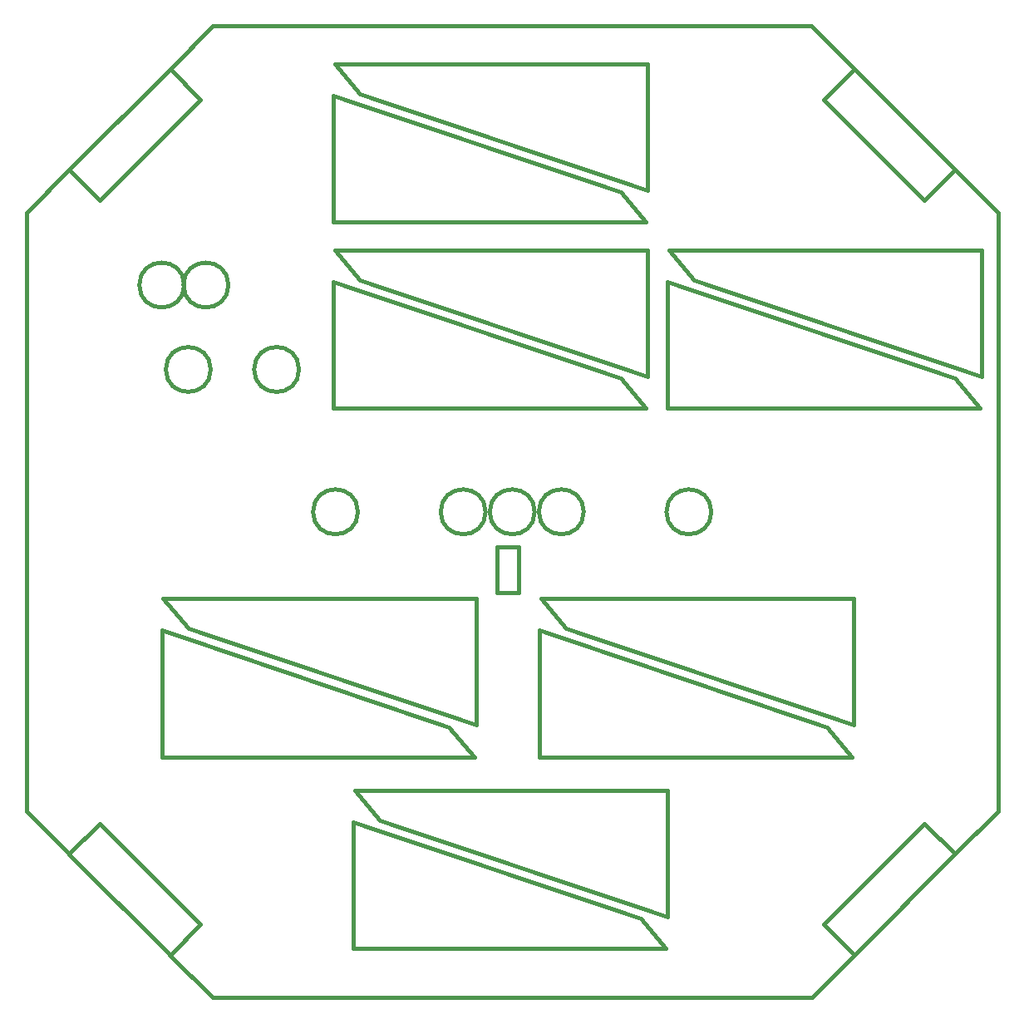
<source format=gto>
G04 (created by PCBNEW (2013-june-11)-stable) date Sun 22 Dec 2013 01:43:27 AM CST*
%MOIN*%
G04 Gerber Fmt 3.4, Leading zero omitted, Abs format*
%FSLAX34Y34*%
G01*
G70*
G90*
G04 APERTURE LIST*
%ADD10C,0.00590551*%
%ADD11C,0.015*%
G04 APERTURE END LIST*
G54D10*
G54D11*
X59122Y-27015D02*
X35114Y-27015D01*
X66607Y-58488D02*
X66607Y-34504D01*
X35114Y-65984D02*
X59142Y-65984D01*
X27638Y-58504D02*
X27638Y-34500D01*
X33390Y-64256D02*
X35110Y-65976D01*
X27643Y-58508D02*
X27642Y-58508D01*
X29351Y-60216D02*
X27643Y-58508D01*
X59142Y-65969D02*
X59142Y-65980D01*
X60851Y-64260D02*
X59142Y-65969D01*
X66607Y-58503D02*
X66607Y-58500D01*
X64890Y-60220D02*
X66607Y-58503D01*
X66603Y-34492D02*
X66603Y-34496D01*
X64886Y-32775D02*
X66603Y-34492D01*
X59126Y-27015D02*
X59126Y-27012D01*
X60843Y-28732D02*
X59126Y-27015D01*
X33402Y-28728D02*
X35118Y-27012D01*
X27638Y-34495D02*
X27638Y-34496D01*
X29358Y-32775D02*
X27638Y-34495D01*
X34622Y-29957D02*
X33402Y-28737D01*
X30579Y-34000D02*
X34622Y-29957D01*
X29358Y-32779D02*
X30579Y-34000D01*
X29355Y-32779D02*
X33402Y-28732D01*
X63666Y-33999D02*
X64886Y-32779D01*
X59623Y-29956D02*
X63666Y-33999D01*
X60843Y-28736D02*
X59623Y-29956D01*
X64890Y-32779D02*
X60843Y-28732D01*
X63666Y-59002D02*
X64884Y-60220D01*
X59622Y-63046D02*
X63666Y-59002D01*
X60843Y-64267D02*
X59622Y-63046D01*
X60843Y-64267D02*
X64890Y-60220D01*
X30579Y-59004D02*
X29363Y-60220D01*
X34622Y-63047D02*
X30579Y-59004D01*
X33402Y-64267D02*
X34622Y-63047D01*
X33402Y-64267D02*
X29358Y-60223D01*
X35034Y-40787D02*
G75*
G03X35034Y-40787I-900J0D01*
G74*
G01*
X38577Y-40787D02*
G75*
G03X38577Y-40787I-900J0D01*
G74*
G01*
X40939Y-46496D02*
G75*
G03X40939Y-46496I-900J0D01*
G74*
G01*
X55112Y-46496D02*
G75*
G03X55112Y-46496I-900J0D01*
G74*
G01*
X48026Y-46496D02*
G75*
G03X48026Y-46496I-900J0D01*
G74*
G01*
X49995Y-46496D02*
G75*
G03X49995Y-46496I-900J0D01*
G74*
G01*
X46058Y-46496D02*
G75*
G03X46058Y-46496I-900J0D01*
G74*
G01*
X33970Y-37401D02*
G75*
G03X33970Y-37401I-900J0D01*
G74*
G01*
X35742Y-37401D02*
G75*
G03X35742Y-37401I-900J0D01*
G74*
G01*
X47382Y-47913D02*
X47382Y-49685D01*
X47382Y-49724D02*
X46516Y-49724D01*
X46516Y-49685D02*
X46516Y-47913D01*
X46516Y-47913D02*
X47382Y-47913D01*
X45669Y-55048D02*
X34139Y-51178D01*
X34139Y-51178D02*
X33129Y-49978D01*
X45669Y-55048D02*
X45669Y-49978D01*
X45669Y-49978D02*
X33129Y-49978D01*
X33070Y-51251D02*
X44600Y-55121D01*
X44600Y-55121D02*
X45610Y-56321D01*
X33070Y-51251D02*
X33070Y-56321D01*
X33070Y-56321D02*
X45610Y-56321D01*
X53346Y-62725D02*
X41816Y-58855D01*
X41816Y-58855D02*
X40806Y-57655D01*
X53346Y-62725D02*
X53346Y-57655D01*
X53346Y-57655D02*
X40806Y-57655D01*
X40748Y-58928D02*
X52278Y-62798D01*
X52278Y-62798D02*
X53288Y-63998D01*
X40748Y-58928D02*
X40748Y-63998D01*
X40748Y-63998D02*
X53288Y-63998D01*
X60826Y-55048D02*
X49296Y-51178D01*
X49296Y-51178D02*
X48286Y-49978D01*
X60826Y-55048D02*
X60826Y-49978D01*
X60826Y-49978D02*
X48286Y-49978D01*
X48228Y-51251D02*
X59758Y-55121D01*
X59758Y-55121D02*
X60768Y-56321D01*
X48228Y-51251D02*
X48228Y-56321D01*
X48228Y-56321D02*
X60768Y-56321D01*
X65944Y-41071D02*
X54414Y-37201D01*
X54414Y-37201D02*
X53404Y-36001D01*
X65944Y-41071D02*
X65944Y-36001D01*
X65944Y-36001D02*
X53404Y-36001D01*
X53346Y-37274D02*
X64876Y-41144D01*
X64876Y-41144D02*
X65886Y-42344D01*
X53346Y-37274D02*
X53346Y-42344D01*
X53346Y-42344D02*
X65886Y-42344D01*
X52559Y-33591D02*
X41029Y-29721D01*
X41029Y-29721D02*
X40019Y-28521D01*
X52559Y-33591D02*
X52559Y-28521D01*
X52559Y-28521D02*
X40019Y-28521D01*
X39960Y-29794D02*
X51490Y-33664D01*
X51490Y-33664D02*
X52500Y-34864D01*
X39960Y-29794D02*
X39960Y-34864D01*
X39960Y-34864D02*
X52500Y-34864D01*
X52559Y-41071D02*
X41029Y-37201D01*
X41029Y-37201D02*
X40019Y-36001D01*
X52559Y-41071D02*
X52559Y-36001D01*
X52559Y-36001D02*
X40019Y-36001D01*
X39960Y-37274D02*
X51490Y-41144D01*
X51490Y-41144D02*
X52500Y-42344D01*
X39960Y-37274D02*
X39960Y-42344D01*
X39960Y-42344D02*
X52500Y-42344D01*
M02*

</source>
